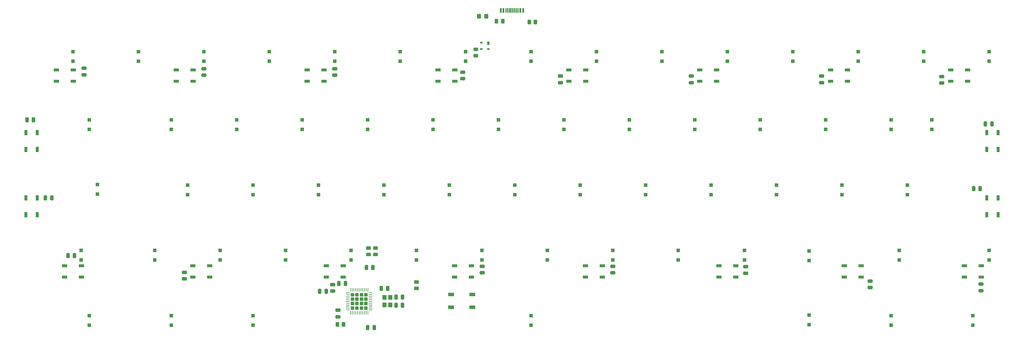
<source format=gbr>
%TF.GenerationSoftware,KiCad,Pcbnew,(6.0.8)*%
%TF.CreationDate,2022-10-24T21:08:13+02:00*%
%TF.ProjectId,cod67-iso,636f6436-372d-4697-936f-2e6b69636164,rev?*%
%TF.SameCoordinates,Original*%
%TF.FileFunction,Paste,Bot*%
%TF.FilePolarity,Positive*%
%FSLAX46Y46*%
G04 Gerber Fmt 4.6, Leading zero omitted, Abs format (unit mm)*
G04 Created by KiCad (PCBNEW (6.0.8)) date 2022-10-24 21:08:13*
%MOMM*%
%LPD*%
G01*
G04 APERTURE LIST*
G04 Aperture macros list*
%AMRoundRect*
0 Rectangle with rounded corners*
0 $1 Rounding radius*
0 $2 $3 $4 $5 $6 $7 $8 $9 X,Y pos of 4 corners*
0 Add a 4 corners polygon primitive as box body*
4,1,4,$2,$3,$4,$5,$6,$7,$8,$9,$2,$3,0*
0 Add four circle primitives for the rounded corners*
1,1,$1+$1,$2,$3*
1,1,$1+$1,$4,$5*
1,1,$1+$1,$6,$7*
1,1,$1+$1,$8,$9*
0 Add four rect primitives between the rounded corners*
20,1,$1+$1,$2,$3,$4,$5,0*
20,1,$1+$1,$4,$5,$6,$7,0*
20,1,$1+$1,$6,$7,$8,$9,0*
20,1,$1+$1,$8,$9,$2,$3,0*%
G04 Aperture macros list end*
%ADD10R,1.100000X1.100000*%
%ADD11R,1.500000X0.900000*%
%ADD12RoundRect,0.250000X-0.250000X-0.475000X0.250000X-0.475000X0.250000X0.475000X-0.250000X0.475000X0*%
%ADD13RoundRect,0.250000X-0.475000X0.250000X-0.475000X-0.250000X0.475000X-0.250000X0.475000X0.250000X0*%
%ADD14RoundRect,0.250000X0.475000X-0.250000X0.475000X0.250000X-0.475000X0.250000X-0.475000X-0.250000X0*%
%ADD15RoundRect,0.250000X0.450000X-0.262500X0.450000X0.262500X-0.450000X0.262500X-0.450000X-0.262500X0*%
%ADD16RoundRect,0.243750X0.456250X-0.243750X0.456250X0.243750X-0.456250X0.243750X-0.456250X-0.243750X0*%
%ADD17R,1.200000X1.400000*%
%ADD18RoundRect,0.250000X-0.262500X-0.450000X0.262500X-0.450000X0.262500X0.450000X-0.262500X0.450000X0*%
%ADD19R,0.700000X1.000000*%
%ADD20R,0.700000X0.600000*%
%ADD21R,0.900000X1.500000*%
%ADD22RoundRect,0.250000X0.262500X0.450000X-0.262500X0.450000X-0.262500X-0.450000X0.262500X-0.450000X0*%
%ADD23RoundRect,0.250000X-0.325000X-0.450000X0.325000X-0.450000X0.325000X0.450000X-0.325000X0.450000X0*%
%ADD24RoundRect,0.250000X-0.275000X0.275000X-0.275000X-0.275000X0.275000X-0.275000X0.275000X0.275000X0*%
%ADD25RoundRect,0.062500X-0.062500X0.475000X-0.062500X-0.475000X0.062500X-0.475000X0.062500X0.475000X0*%
%ADD26RoundRect,0.062500X-0.475000X0.062500X-0.475000X-0.062500X0.475000X-0.062500X0.475000X0.062500X0*%
%ADD27RoundRect,0.250000X0.250000X0.475000X-0.250000X0.475000X-0.250000X-0.475000X0.250000X-0.475000X0*%
%ADD28R,0.600000X1.450000*%
%ADD29R,0.300000X1.450000*%
%ADD30R,1.800000X1.100000*%
G04 APERTURE END LIST*
D10*
%TO.C,D13*%
X279400000Y-56962500D03*
X279400000Y-54162500D03*
%TD*%
D11*
%TO.C,LED19*%
X199956250Y-119918750D03*
X199956250Y-116618750D03*
X204856250Y-116618750D03*
X204856250Y-119918750D03*
%TD*%
D12*
%TO.C,C6*%
X136591000Y-134620000D03*
X138491000Y-134620000D03*
%TD*%
D10*
%TO.C,D60*%
X184150000Y-133956250D03*
X184150000Y-131156250D03*
%TD*%
D12*
%TO.C,C13*%
X37404000Y-74041000D03*
X39304000Y-74041000D03*
%TD*%
D13*
%TO.C,C23*%
X164211000Y-60137000D03*
X164211000Y-62037000D03*
%TD*%
D10*
%TO.C,D43*%
X53181250Y-114906250D03*
X53181250Y-112106250D03*
%TD*%
D14*
%TO.C,C17*%
X83185000Y-120457000D03*
X83185000Y-118557000D03*
%TD*%
D15*
%TO.C,R6*%
X150749000Y-123213500D03*
X150749000Y-121388500D03*
%TD*%
D10*
%TO.C,D61*%
X265112500Y-133768750D03*
X265112500Y-130968750D03*
%TD*%
%TO.C,D42*%
X293687500Y-95856250D03*
X293687500Y-93056250D03*
%TD*%
D11*
%TO.C,LED8*%
X123893750Y-59468750D03*
X123893750Y-62768750D03*
X118993750Y-62768750D03*
X118993750Y-59468750D03*
%TD*%
D16*
%TO.C,F1*%
X168021000Y-55293500D03*
X168021000Y-53418500D03*
%TD*%
D11*
%TO.C,LED7*%
X85793750Y-59468750D03*
X85793750Y-62768750D03*
X80893750Y-62768750D03*
X80893750Y-59468750D03*
%TD*%
D12*
%TO.C,C2*%
X144846000Y-128143000D03*
X146746000Y-128143000D03*
%TD*%
D17*
%TO.C,Y1*%
X141491600Y-128036500D03*
X141491600Y-125836500D03*
X143191600Y-125836500D03*
X143191600Y-128036500D03*
%TD*%
D14*
%TO.C,C28*%
X53975000Y-60894000D03*
X53975000Y-58994000D03*
%TD*%
D10*
%TO.C,D32*%
X103187500Y-95856250D03*
X103187500Y-93056250D03*
%TD*%
D18*
%TO.C,R2*%
X174093500Y-45212000D03*
X175918500Y-45212000D03*
%TD*%
D19*
%TO.C,U2*%
X171688000Y-51701000D03*
D20*
X171688000Y-53401000D03*
X169688000Y-53401000D03*
X169688000Y-51501000D03*
%TD*%
D10*
%TO.C,D23*%
X193675000Y-76806250D03*
X193675000Y-74006250D03*
%TD*%
D11*
%TO.C,LED16*%
X310287500Y-119918750D03*
X310287500Y-116618750D03*
X315187500Y-116618750D03*
X315187500Y-119918750D03*
%TD*%
D10*
%TO.C,D57*%
X55562500Y-133956250D03*
X55562500Y-131156250D03*
%TD*%
D14*
%TO.C,C22*%
X192659000Y-63180000D03*
X192659000Y-61280000D03*
%TD*%
D21*
%TO.C,LED5*%
X37094500Y-77718750D03*
X40394500Y-77718750D03*
X40394500Y-82618750D03*
X37094500Y-82618750D03*
%TD*%
D13*
%TO.C,C12*%
X315087000Y-121986000D03*
X315087000Y-123886000D03*
%TD*%
D10*
%TO.C,D41*%
X274637500Y-95856250D03*
X274637500Y-93056250D03*
%TD*%
D13*
%TO.C,C16*%
X303657000Y-61407000D03*
X303657000Y-63307000D03*
%TD*%
D10*
%TO.C,D20*%
X136525000Y-76806250D03*
X136525000Y-74006250D03*
%TD*%
D22*
%TO.C,R3*%
X185443500Y-45466000D03*
X183618500Y-45466000D03*
%TD*%
D13*
%TO.C,C26*%
X127000000Y-59121000D03*
X127000000Y-61021000D03*
%TD*%
D10*
%TO.C,D2*%
X69850000Y-56962500D03*
X69850000Y-54162500D03*
%TD*%
D14*
%TO.C,C21*%
X268732000Y-63180000D03*
X268732000Y-61280000D03*
%TD*%
D10*
%TO.C,D55*%
X291306250Y-114906250D03*
X291306250Y-112106250D03*
%TD*%
D14*
%TO.C,C9*%
X88900000Y-61021000D03*
X88900000Y-59121000D03*
%TD*%
D12*
%TO.C,C3*%
X144846000Y-125793500D03*
X146746000Y-125793500D03*
%TD*%
D10*
%TO.C,D19*%
X117475000Y-76806250D03*
X117475000Y-74006250D03*
%TD*%
%TO.C,D40*%
X255587500Y-95856250D03*
X255587500Y-93056250D03*
%TD*%
%TO.C,D15*%
X317500000Y-56962500D03*
X317500000Y-54162500D03*
%TD*%
%TO.C,D53*%
X246253000Y-114938000D03*
X246253000Y-112138000D03*
%TD*%
%TO.C,D29*%
X300831250Y-76806250D03*
X300831250Y-74006250D03*
%TD*%
D23*
%TO.C,FB1*%
X169028000Y-43815000D03*
X171078000Y-43815000D03*
%TD*%
D10*
%TO.C,D37*%
X198437500Y-95856250D03*
X198437500Y-93056250D03*
%TD*%
D24*
%TO.C,U1*%
X136062000Y-125050000D03*
X132162000Y-127650000D03*
X134762000Y-125050000D03*
X134762000Y-128950000D03*
X136062000Y-127650000D03*
X132162000Y-125050000D03*
X133462000Y-125050000D03*
X132162000Y-126350000D03*
X134762000Y-126350000D03*
X132162000Y-128950000D03*
X136062000Y-126350000D03*
X134762000Y-127650000D03*
X133462000Y-128950000D03*
X136062000Y-128950000D03*
X133462000Y-127650000D03*
X133462000Y-126350000D03*
D25*
X131612000Y-123662500D03*
X132112000Y-123662500D03*
X132612000Y-123662500D03*
X133112000Y-123662500D03*
X133612000Y-123662500D03*
X134112000Y-123662500D03*
X134612000Y-123662500D03*
X135112000Y-123662500D03*
X135612000Y-123662500D03*
X136112000Y-123662500D03*
X136612000Y-123662500D03*
D26*
X137449500Y-124500000D03*
X137449500Y-125000000D03*
X137449500Y-125500000D03*
X137449500Y-126000000D03*
X137449500Y-126500000D03*
X137449500Y-127000000D03*
X137449500Y-127500000D03*
X137449500Y-128000000D03*
X137449500Y-128500000D03*
X137449500Y-129000000D03*
X137449500Y-129500000D03*
D25*
X136612000Y-130337500D03*
X136112000Y-130337500D03*
X135612000Y-130337500D03*
X135112000Y-130337500D03*
X134612000Y-130337500D03*
X134112000Y-130337500D03*
X133612000Y-130337500D03*
X133112000Y-130337500D03*
X132612000Y-130337500D03*
X132112000Y-130337500D03*
X131612000Y-130337500D03*
D26*
X130774500Y-129500000D03*
X130774500Y-129000000D03*
X130774500Y-128500000D03*
X130774500Y-128000000D03*
X130774500Y-127500000D03*
X130774500Y-127000000D03*
X130774500Y-126500000D03*
X130774500Y-126000000D03*
X130774500Y-125500000D03*
X130774500Y-125000000D03*
X130774500Y-124500000D03*
%TD*%
D11*
%TO.C,LED13*%
X311218750Y-59468750D03*
X311218750Y-62768750D03*
X306318750Y-62768750D03*
X306318750Y-59468750D03*
%TD*%
%TO.C,LED3*%
X48350000Y-119918750D03*
X48350000Y-116618750D03*
X53250000Y-116618750D03*
X53250000Y-119918750D03*
%TD*%
D10*
%TO.C,D47*%
X131762500Y-114906250D03*
X131762500Y-112106250D03*
%TD*%
%TO.C,D36*%
X179387500Y-95856250D03*
X179387500Y-93056250D03*
%TD*%
%TO.C,D48*%
X150812500Y-114906250D03*
X150812500Y-112106250D03*
%TD*%
%TO.C,D45*%
X93662500Y-114906250D03*
X93662500Y-112106250D03*
%TD*%
%TO.C,D54*%
X265112500Y-115093750D03*
X265112500Y-112293750D03*
%TD*%
%TO.C,D12*%
X260350000Y-56962500D03*
X260350000Y-54162500D03*
%TD*%
%TO.C,D11*%
X241300000Y-56962500D03*
X241300000Y-54162500D03*
%TD*%
%TO.C,D8*%
X184150000Y-56962500D03*
X184150000Y-54162500D03*
%TD*%
%TO.C,D56*%
X317500000Y-114906250D03*
X317500000Y-112106250D03*
%TD*%
%TO.C,D59*%
X103187500Y-133956250D03*
X103187500Y-131156250D03*
%TD*%
%TO.C,D22*%
X174625000Y-76806250D03*
X174625000Y-74006250D03*
%TD*%
%TO.C,D51*%
X207962500Y-114906250D03*
X207962500Y-112106250D03*
%TD*%
D27*
%TO.C,C24*%
X314894000Y-94107000D03*
X312994000Y-94107000D03*
%TD*%
D12*
%TO.C,C15*%
X42738000Y-96774000D03*
X44638000Y-96774000D03*
%TD*%
D10*
%TO.C,D52*%
X227012500Y-114906250D03*
X227012500Y-112106250D03*
%TD*%
D11*
%TO.C,LED20*%
X161856250Y-119918750D03*
X161856250Y-116618750D03*
X166756250Y-116618750D03*
X166756250Y-119918750D03*
%TD*%
D10*
%TO.C,D18*%
X98425000Y-76806250D03*
X98425000Y-74006250D03*
%TD*%
%TO.C,D10*%
X222250000Y-56962500D03*
X222250000Y-54162500D03*
%TD*%
D15*
%TO.C,R5*%
X138811000Y-113307500D03*
X138811000Y-111482500D03*
%TD*%
D10*
%TO.C,D1*%
X50800000Y-56962500D03*
X50800000Y-54162500D03*
%TD*%
%TO.C,D33*%
X122237500Y-95856250D03*
X122237500Y-93056250D03*
%TD*%
%TO.C,D25*%
X231775000Y-76806250D03*
X231775000Y-74006250D03*
%TD*%
%TO.C,D30*%
X57943750Y-95668750D03*
X57943750Y-92868750D03*
%TD*%
D12*
%TO.C,C7*%
X140502600Y-123190000D03*
X142402600Y-123190000D03*
%TD*%
D11*
%TO.C,LED9*%
X161993750Y-59468750D03*
X161993750Y-62768750D03*
X157093750Y-62768750D03*
X157093750Y-59468750D03*
%TD*%
D10*
%TO.C,D31*%
X84137500Y-95856250D03*
X84137500Y-93056250D03*
%TD*%
D21*
%TO.C,LED4*%
X37094500Y-96768750D03*
X40394500Y-96768750D03*
X40394500Y-101668750D03*
X37094500Y-101668750D03*
%TD*%
D10*
%TO.C,D50*%
X188912500Y-114906250D03*
X188912500Y-112106250D03*
%TD*%
%TO.C,D27*%
X269875000Y-76806250D03*
X269875000Y-74006250D03*
%TD*%
%TO.C,D28*%
X288925000Y-76806250D03*
X288925000Y-74006250D03*
%TD*%
%TO.C,D14*%
X298450000Y-56962500D03*
X298450000Y-54162500D03*
%TD*%
%TO.C,D7*%
X165100000Y-56962500D03*
X165100000Y-54162500D03*
%TD*%
%TO.C,D6*%
X146050000Y-56962500D03*
X146050000Y-54162500D03*
%TD*%
%TO.C,D26*%
X250825000Y-76806250D03*
X250825000Y-74006250D03*
%TD*%
%TO.C,D49*%
X169862500Y-114906250D03*
X169862500Y-112106250D03*
%TD*%
D28*
%TO.C,USB1*%
X175343750Y-42145000D03*
X176143750Y-42145000D03*
D29*
X177343750Y-42145000D03*
X178343750Y-42145000D03*
X178843750Y-42145000D03*
X179843750Y-42145000D03*
D28*
X181043750Y-42145000D03*
X181843750Y-42145000D03*
X181843750Y-42145000D03*
X181043750Y-42145000D03*
D29*
X180343750Y-42145000D03*
X179343750Y-42145000D03*
X177843750Y-42145000D03*
X176843750Y-42145000D03*
D28*
X176143750Y-42145000D03*
X175343750Y-42145000D03*
%TD*%
D14*
%TO.C,C18*%
X207899000Y-118679000D03*
X207899000Y-116779000D03*
%TD*%
D10*
%TO.C,D3*%
X88900000Y-56962500D03*
X88900000Y-54162500D03*
%TD*%
D13*
%TO.C,C20*%
X169926000Y-116779000D03*
X169926000Y-118679000D03*
%TD*%
D10*
%TO.C,D39*%
X236537500Y-95856250D03*
X236537500Y-93056250D03*
%TD*%
D11*
%TO.C,LED17*%
X275362500Y-119918750D03*
X275362500Y-116618750D03*
X280262500Y-116618750D03*
X280262500Y-119918750D03*
%TD*%
D10*
%TO.C,D44*%
X74612500Y-114906250D03*
X74612500Y-112106250D03*
%TD*%
%TO.C,D9*%
X203200000Y-56962500D03*
X203200000Y-54162500D03*
%TD*%
D21*
%TO.C,LED15*%
X320093750Y-101668750D03*
X316793750Y-101668750D03*
X316793750Y-96768750D03*
X320093750Y-96768750D03*
%TD*%
D11*
%TO.C,LED10*%
X200093750Y-59468750D03*
X200093750Y-62768750D03*
X195193750Y-62768750D03*
X195193750Y-59468750D03*
%TD*%
D10*
%TO.C,D5*%
X127000000Y-56962500D03*
X127000000Y-54162500D03*
%TD*%
D11*
%TO.C,LED6*%
X50868750Y-59468750D03*
X50868750Y-62768750D03*
X45968750Y-62768750D03*
X45968750Y-59468750D03*
%TD*%
D14*
%TO.C,C14*%
X282829000Y-122997000D03*
X282829000Y-121097000D03*
%TD*%
D10*
%TO.C,D38*%
X217487500Y-95856250D03*
X217487500Y-93056250D03*
%TD*%
%TO.C,D21*%
X155575000Y-76806250D03*
X155575000Y-74006250D03*
%TD*%
D11*
%TO.C,LED11*%
X238193750Y-59468750D03*
X238193750Y-62768750D03*
X233293750Y-62768750D03*
X233293750Y-59468750D03*
%TD*%
%TO.C,LED1*%
X124550000Y-119918750D03*
X124550000Y-116618750D03*
X129450000Y-116618750D03*
X129450000Y-119918750D03*
%TD*%
D27*
%TO.C,C19*%
X124521000Y-124079000D03*
X122621000Y-124079000D03*
%TD*%
D10*
%TO.C,D35*%
X160337500Y-95856250D03*
X160337500Y-93056250D03*
%TD*%
%TO.C,D34*%
X141287500Y-95856250D03*
X141287500Y-93056250D03*
%TD*%
D18*
%TO.C,R1*%
X127738500Y-133731000D03*
X129563500Y-133731000D03*
%TD*%
D11*
%TO.C,LED2*%
X85656250Y-119918750D03*
X85656250Y-116618750D03*
X90556250Y-116618750D03*
X90556250Y-119918750D03*
%TD*%
D27*
%TO.C,C1*%
X138110000Y-117094000D03*
X136210000Y-117094000D03*
%TD*%
D10*
%TO.C,D16*%
X55562500Y-76806250D03*
X55562500Y-74006250D03*
%TD*%
%TO.C,D4*%
X107950000Y-56962500D03*
X107950000Y-54162500D03*
%TD*%
%TO.C,D46*%
X112712500Y-114906250D03*
X112712500Y-112106250D03*
%TD*%
D11*
%TO.C,LED12*%
X276293750Y-59468750D03*
X276293750Y-62768750D03*
X271393750Y-62768750D03*
X271393750Y-59468750D03*
%TD*%
D10*
%TO.C,D62*%
X288925000Y-133956250D03*
X288925000Y-131156250D03*
%TD*%
D27*
%TO.C,C8*%
X130109000Y-121793000D03*
X128209000Y-121793000D03*
%TD*%
D10*
%TO.C,D58*%
X79375000Y-133956250D03*
X79375000Y-131156250D03*
%TD*%
D13*
%TO.C,C11*%
X246634000Y-116906000D03*
X246634000Y-118806000D03*
%TD*%
D10*
%TO.C,D17*%
X79375000Y-76806250D03*
X79375000Y-74006250D03*
%TD*%
D12*
%TO.C,C25*%
X49342000Y-113665000D03*
X51242000Y-113665000D03*
%TD*%
%TO.C,C10*%
X316423000Y-75184000D03*
X318323000Y-75184000D03*
%TD*%
D10*
%TO.C,D63*%
X312737500Y-133956250D03*
X312737500Y-131156250D03*
%TD*%
D11*
%TO.C,LED18*%
X238850000Y-119918750D03*
X238850000Y-116618750D03*
X243750000Y-116618750D03*
X243750000Y-119918750D03*
%TD*%
D10*
%TO.C,D24*%
X212725000Y-76806250D03*
X212725000Y-74006250D03*
%TD*%
D21*
%TO.C,LED14*%
X320093750Y-82618750D03*
X316793750Y-82618750D03*
X316793750Y-77718750D03*
X320093750Y-77718750D03*
%TD*%
D13*
%TO.C,C27*%
X230759000Y-61280000D03*
X230759000Y-63180000D03*
%TD*%
D15*
%TO.C,R4*%
X136779000Y-113307500D03*
X136779000Y-111482500D03*
%TD*%
D13*
%TO.C,C5*%
X126365000Y-122113000D03*
X126365000Y-124013000D03*
%TD*%
D30*
%TO.C,SW1*%
X167057000Y-125023000D03*
X160857000Y-128723000D03*
X167057000Y-128723000D03*
X160857000Y-125023000D03*
%TD*%
D14*
%TO.C,C4*%
X127889000Y-131506000D03*
X127889000Y-129606000D03*
%TD*%
M02*

</source>
